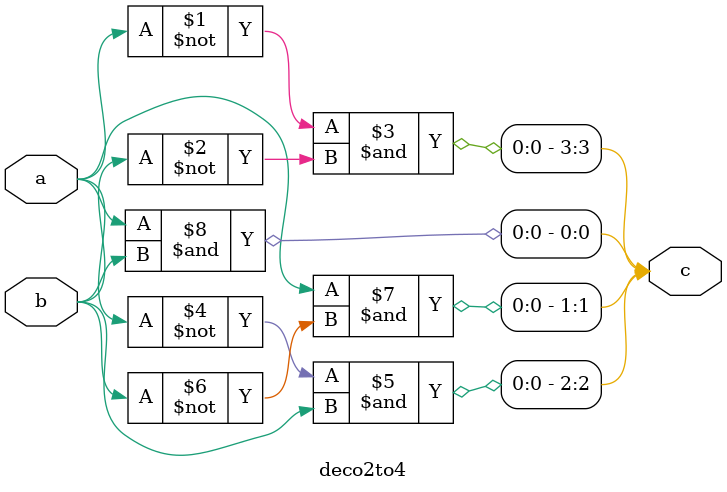
<source format=v>
module deco2to4(
input a, b,
output [3:0] c );

assign c[3] = ~a & ~b,
       c[2] = ~a & b,
       c[1] = a & ~b,
       c[0] = a & b;
endmodule

</source>
